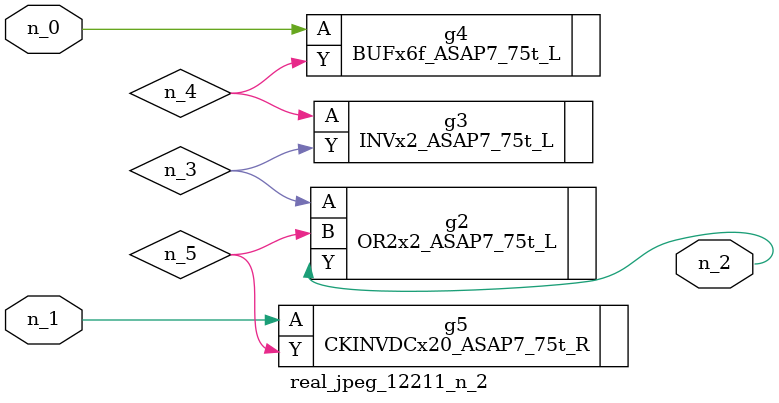
<source format=v>
module real_jpeg_12211_n_2 (n_1, n_0, n_2);

input n_1;
input n_0;

output n_2;

wire n_5;
wire n_4;
wire n_3;

BUFx6f_ASAP7_75t_L g4 ( 
.A(n_0),
.Y(n_4)
);

CKINVDCx20_ASAP7_75t_R g5 ( 
.A(n_1),
.Y(n_5)
);

OR2x2_ASAP7_75t_L g2 ( 
.A(n_3),
.B(n_5),
.Y(n_2)
);

INVx2_ASAP7_75t_L g3 ( 
.A(n_4),
.Y(n_3)
);


endmodule
</source>
